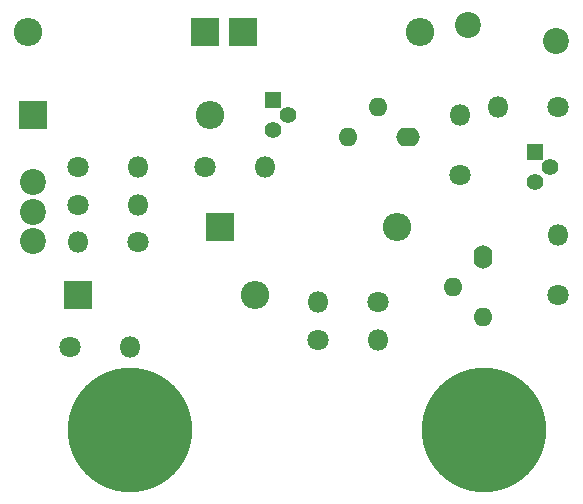
<source format=gbr>
G04 #@! TF.FileFunction,Soldermask,Top*
%FSLAX46Y46*%
G04 Gerber Fmt 4.6, Leading zero omitted, Abs format (unit mm)*
G04 Created by KiCad (PCBNEW 4.0.5) date 06/07/17 16:03:37*
%MOMM*%
%LPD*%
G01*
G04 APERTURE LIST*
%ADD10C,0.100000*%
%ADD11C,2.200000*%
%ADD12R,2.400000X2.400000*%
%ADD13O,2.400000X2.400000*%
%ADD14C,10.560000*%
%ADD15C,1.400000*%
%ADD16R,1.400000X1.400000*%
%ADD17O,1.600000X2.000000*%
%ADD18O,1.600000X1.600000*%
%ADD19O,2.000000X1.600000*%
%ADD20C,1.800000*%
%ADD21O,1.800000X1.800000*%
G04 APERTURE END LIST*
D10*
D11*
X81280000Y-98345000D03*
X81280000Y-95845000D03*
X81280000Y-93345000D03*
D12*
X81280000Y-87630000D03*
D13*
X96280000Y-87630000D03*
D12*
X95885000Y-80645000D03*
D13*
X80885000Y-80645000D03*
D12*
X85090000Y-102870000D03*
D13*
X100090000Y-102870000D03*
D12*
X97155000Y-97155000D03*
D13*
X112155000Y-97155000D03*
D12*
X99060000Y-80645000D03*
D13*
X114060000Y-80645000D03*
D11*
X118110000Y-80010000D03*
X125610000Y-81410000D03*
D14*
X89535000Y-114300000D03*
X119505000Y-114300000D03*
D15*
X102870000Y-87630000D03*
X101600000Y-88900000D03*
D16*
X101600000Y-86360000D03*
D15*
X125095000Y-92075000D03*
X123825000Y-93345000D03*
D16*
X123825000Y-90805000D03*
D17*
X119380000Y-99695000D03*
D18*
X116840000Y-102235000D03*
X119380000Y-104775000D03*
D19*
X113030000Y-89535000D03*
D18*
X110490000Y-86995000D03*
X107950000Y-89535000D03*
D20*
X85090000Y-92075000D03*
D21*
X90170000Y-92075000D03*
D20*
X85090000Y-95250000D03*
D21*
X90170000Y-95250000D03*
D20*
X90170000Y-98425000D03*
D21*
X85090000Y-98425000D03*
D20*
X84455000Y-107315000D03*
D21*
X89535000Y-107315000D03*
D20*
X125730000Y-86995000D03*
D21*
X120650000Y-86995000D03*
D20*
X95885000Y-92075000D03*
D21*
X100965000Y-92075000D03*
D20*
X110490000Y-103505000D03*
D21*
X105410000Y-103505000D03*
D20*
X105410000Y-106680000D03*
D21*
X110490000Y-106680000D03*
D20*
X125730000Y-102870000D03*
D21*
X125730000Y-97790000D03*
D20*
X117475000Y-92710000D03*
D21*
X117475000Y-87630000D03*
M02*

</source>
